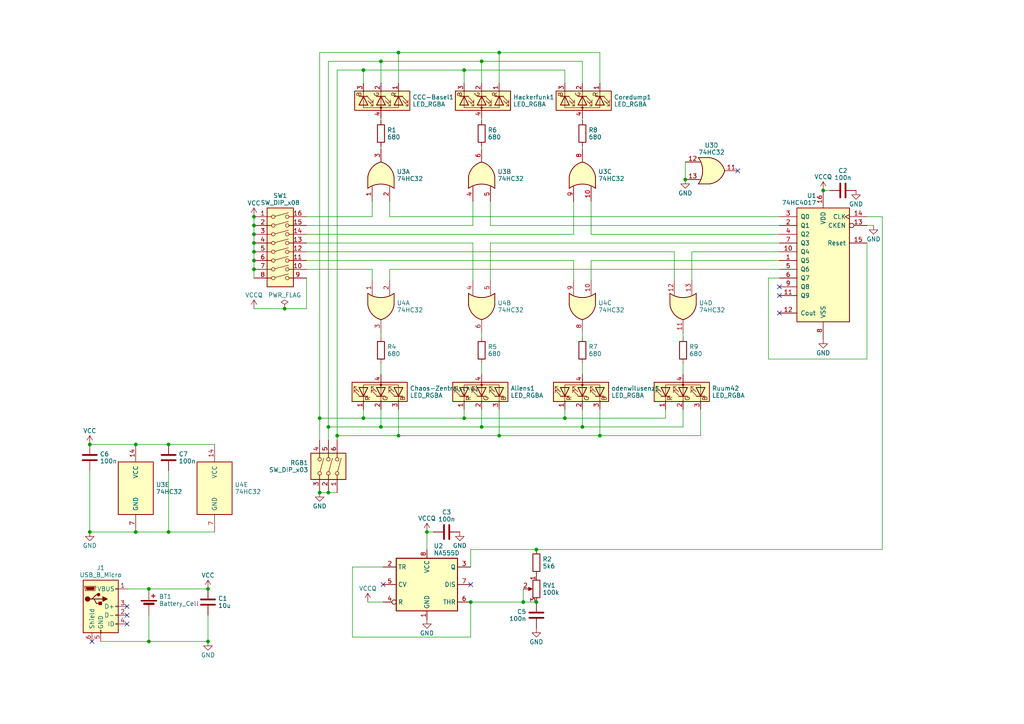
<source format=kicad_sch>
(kicad_sch (version 20230121) (generator eeschema)
  (paper "A4")
  (lib_symbols
    (symbol "4xxx:4017" (pin_names (offset 1.016))
      (property "Reference" "U" (at -7.62 16.51 0))
      (property "Value" "4017" (at -7.62 -19.05 0))
      (symbol "4017_1_0"
        (pin output line (at 12.7 0 180) (length 5.08) (name "Q5") (number "1"))
        (pin output line (at 12.7 2.54 180) (length 5.08) (name "Q4") (number "10"))
        (pin output line (at 12.7 -10.16 180) (length 5.08) (name "Q9") (number "11"))
        (pin output line (at 12.7 -15.24 180) (length 5.08) (name "Cout") (number "12"))
        (pin input inverted (at -12.7 10.16 0) (length 5.08) (name "CKEN") (number "13"))
        (pin input clock (at -12.7 12.7 0) (length 5.08) (name "CLK") (number "14"))
        (pin input line (at -12.7 5.08 0) (length 5.08) (name "Reset") (number "15"))
        (pin power_in line (at 0 20.32 270) (length 5.08) (name "VDD") (number "16"))
        (pin output line (at 12.7 10.16 180) (length 5.08) (name "Q1") (number "2"))
        (pin output line (at 12.7 12.7 180) (length 5.08) (name "Q0") (number "3"))
        (pin output line (at 12.7 7.62 180) (length 5.08) (name "Q2") (number "4"))
        (pin output line (at 12.7 -2.54 180) (length 5.08) (name "Q6") (number "5"))
        (pin output line (at 12.7 -5.08 180) (length 5.08) (name "Q7") (number "6"))
        (pin output line (at 12.7 5.08 180) (length 5.08) (name "Q3") (number "7"))
        (pin power_in line (at 0 -22.86 90) (length 5.08) (name "VSS") (number "8"))
        (pin output line (at 12.7 -7.62 180) (length 5.08) (name "Q8") (number "9"))
      )
      (symbol "4017_1_1"
        (rectangle (start -7.62 15.24) (end 7.62 -17.78) (stroke (width 0.254)) (fill (type background)))
      )
    )
    (symbol "74xx:74LS32" (pin_names (offset 1.016))
      (property "Reference" "U" (at 0 1.27 0))
      (property "Value" "74LS32" (at 0 -1.27 0))
      (symbol "74LS32_1_1"
        (arc (start -3.81 -3.81) (mid -2.589 0) (end -3.81 3.81) (stroke (width 0.254)))
        (arc (start -0.6096 -3.81) (mid 2.1842 -2.5851) (end 3.81 0) (stroke (width 0.254)) (fill (type background)))
        (polyline (pts (xy -3.81 -3.81) (xy -0.635 -3.81)) (stroke (width 0.254)) (fill (type background)))
        (polyline (pts (xy -3.81 3.81) (xy -0.635 3.81)) (stroke (width 0.254)) (fill (type background)))
        (polyline (pts (xy -0.635 3.81) (xy -3.81 3.81) (xy -3.81 3.81) (xy -3.556 3.4036) (xy -3.0226 2.2606) (xy -2.6924 1.0414) (xy -2.6162 -0.254) (xy -2.7686 -1.4986) (xy -3.175 -2.7178) (xy -3.81 -3.81) (xy -3.81 -3.81) (xy -0.635 -3.81)) (stroke (width -25.4)) (fill (type background)))
        (arc (start 3.81 0) (mid 2.1915 2.5936) (end -0.6096 3.81) (stroke (width 0.254)) (fill (type background)))
        (pin input line (at -7.62 2.54 0) (length 4.318) (name "~") (number "1"))
        (pin input line (at -7.62 -2.54 0) (length 4.318) (name "~") (number "2"))
        (pin output line (at 7.62 0 180) (length 3.81) (name "~") (number "3"))
      )
      (symbol "74LS32_1_2"
        (arc (start 0 -3.81) (mid 3.7934 0) (end 0 3.81) (stroke (width 0.254)) (fill (type background)))
        (polyline (pts (xy 0 3.81) (xy -3.81 3.81) (xy -3.81 -3.81) (xy 0 -3.81)) (stroke (width 0.254)) (fill (type background)))
        (pin input inverted (at -7.62 2.54 0) (length 3.81) (name "~") (number "1"))
        (pin input inverted (at -7.62 -2.54 0) (length 3.81) (name "~") (number "2"))
        (pin output inverted (at 7.62 0 180) (length 3.81) (name "~") (number "3"))
      )
      (symbol "74LS32_2_1"
        (arc (start -3.81 -3.81) (mid -2.589 0) (end -3.81 3.81) (stroke (width 0.254)))
        (arc (start -0.6096 -3.81) (mid 2.1842 -2.5851) (end 3.81 0) (stroke (width 0.254)) (fill (type background)))
        (polyline (pts (xy -3.81 -3.81) (xy -0.635 -3.81)) (stroke (width 0.254)) (fill (type background)))
        (polyline (pts (xy -3.81 3.81) (xy -0.635 3.81)) (stroke (width 0.254)) (fill (type background)))
        (polyline (pts (xy -0.635 3.81) (xy -3.81 3.81) (xy -3.81 3.81) (xy -3.556 3.4036) (xy -3.0226 2.2606) (xy -2.6924 1.0414) (xy -2.6162 -0.254) (xy -2.7686 -1.4986) (xy -3.175 -2.7178) (xy -3.81 -3.81) (xy -3.81 -3.81) (xy -0.635 -3.81)) (stroke (width -25.4)) (fill (type background)))
        (arc (start 3.81 0) (mid 2.1915 2.5936) (end -0.6096 3.81) (stroke (width 0.254)) (fill (type background)))
        (pin input line (at -7.62 2.54 0) (length 4.318) (name "~") (number "4"))
        (pin input line (at -7.62 -2.54 0) (length 4.318) (name "~") (number "5"))
        (pin output line (at 7.62 0 180) (length 3.81) (name "~") (number "6"))
      )
      (symbol "74LS32_2_2"
        (arc (start 0 -3.81) (mid 3.7934 0) (end 0 3.81) (stroke (width 0.254)) (fill (type background)))
        (polyline (pts (xy 0 3.81) (xy -3.81 3.81) (xy -3.81 -3.81) (xy 0 -3.81)) (stroke (width 0.254)) (fill (type background)))
        (pin input inverted (at -7.62 2.54 0) (length 3.81) (name "~") (number "4"))
        (pin input inverted (at -7.62 -2.54 0) (length 3.81) (name "~") (number "5"))
        (pin output inverted (at 7.62 0 180) (length 3.81) (name "~") (number "6"))
      )
      (symbol "74LS32_3_1"
        (arc (start -3.81 -3.81) (mid -2.589 0) (end -3.81 3.81) (stroke (width 0.254)))
        (arc (start -0.6096 -3.81) (mid 2.1842 -2.5851) (end 3.81 0) (stroke (width 0.254)) (fill (type background)))
        (polyline (pts (xy -3.81 -3.81) (xy -0.635 -3.81)) (stroke (width 0.254)) (fill (type background)))
        (polyline (pts (xy -3.81 3.81) (xy -0.635 3.81)) (stroke (width 0.254)) (fill (type background)))
        (polyline (pts (xy -0.635 3.81) (xy -3.81 3.81) (xy -3.81 3.81) (xy -3.556 3.4036) (xy -3.0226 2.2606) (xy -2.6924 1.0414) (xy -2.6162 -0.254) (xy -2.7686 -1.4986) (xy -3.175 -2.7178) (xy -3.81 -3.81) (xy -3.81 -3.81) (xy -0.635 -3.81)) (stroke (width -25.4)) (fill (type background)))
        (arc (start 3.81 0) (mid 2.1915 2.5936) (end -0.6096 3.81) (stroke (width 0.254)) (fill (type background)))
        (pin input line (at -7.62 -2.54 0) (length 4.318) (name "~") (number "10"))
        (pin output line (at 7.62 0 180) (length 3.81) (name "~") (number "8"))
        (pin input line (at -7.62 2.54 0) (length 4.318) (name "~") (number "9"))
      )
      (symbol "74LS32_3_2"
        (arc (start 0 -3.81) (mid 3.7934 0) (end 0 3.81) (stroke (width 0.254)) (fill (type background)))
        (polyline (pts (xy 0 3.81) (xy -3.81 3.81) (xy -3.81 -3.81) (xy 0 -3.81)) (stroke (width 0.254)) (fill (type background)))
        (pin input inverted (at -7.62 -2.54 0) (length 3.81) (name "~") (number "10"))
        (pin output inverted (at 7.62 0 180) (length 3.81) (name "~") (number "8"))
        (pin input inverted (at -7.62 2.54 0) (length 3.81) (name "~") (number "9"))
      )
      (symbol "74LS32_4_1"
        (arc (start -3.81 -3.81) (mid -2.589 0) (end -3.81 3.81) (stroke (width 0.254)))
        (arc (start -0.6096 -3.81) (mid 2.1842 -2.5851) (end 3.81 0) (stroke (width 0.254)) (fill (type background)))
        (polyline (pts (xy -3.81 -3.81) (xy -0.635 -3.81)) (stroke (width 0.254)) (fill (type background)))
        (polyline (pts (xy -3.81 3.81) (xy -0.635 3.81)) (stroke (width 0.254)) (fill (type background)))
        (polyline (pts (xy -0.635 3.81) (xy -3.81 3.81) (xy -3.81 3.81) (xy -3.556 3.4036) (xy -3.0226 2.2606) (xy -2.6924 1.0414) (xy -2.6162 -0.254) (xy -2.7686 -1.4986) (xy -3.175 -2.7178) (xy -3.81 -3.81) (xy -3.81 -3.81) (xy -0.635 -3.81)) (stroke (width -25.4)) (fill (type background)))
        (arc (start 3.81 0) (mid 2.1915 2.5936) (end -0.6096 3.81) (stroke (width 0.254)) (fill (type background)))
        (pin output line (at 7.62 0 180) (length 3.81) (name "~") (number "11"))
        (pin input line (at -7.62 2.54 0) (length 4.318) (name "~") (number "12"))
        (pin input line (at -7.62 -2.54 0) (length 4.318) (name "~") (number "13"))
      )
      (symbol "74LS32_4_2"
        (arc (start 0 -3.81) (mid 3.7934 0) (end 0 3.81) (stroke (width 0.254)) (fill (type background)))
        (polyline (pts (xy 0 3.81) (xy -3.81 3.81) (xy -3.81 -3.81) (xy 0 -3.81)) (stroke (width 0.254)) (fill (type background)))
        (pin output inverted (at 7.62 0 180) (length 3.81) (name "~") (number "11"))
        (pin input inverted (at -7.62 2.54 0) (length 3.81) (name "~") (number "12"))
        (pin input inverted (at -7.62 -2.54 0) (length 3.81) (name "~") (number "13"))
      )
      (symbol "74LS32_5_0"
        (pin power_in line (at 0 12.7 270) (length 5.08) (name "VCC") (number "14"))
        (pin power_in line (at 0 -12.7 90) (length 5.08) (name "GND") (number "7"))
      )
      (symbol "74LS32_5_1"
        (rectangle (start -5.08 7.62) (end 5.08 -7.62) (stroke (width 0.254)) (fill (type background)))
      )
    )
    (symbol "Connector:USB_B_Micro" (pin_names (offset 1.016))
      (property "Reference" "J" (at -5.08 11.43 0))
      (property "Value" "USB_B_Micro" (at -5.08 8.89 0))
      (symbol "USB_B_Micro_0_1"
        (rectangle (start -5.08 -7.62) (end 5.08 7.62) (stroke (width 0.254)) (fill (type background)))
        (circle (center -3.81 2.159) (radius 0.635) (stroke (width 0.254)) (fill (type outline)))
        (circle (center -0.635 3.429) (radius 0.381) (stroke (width 0.254)) (fill (type outline)))
        (rectangle (start -0.127 -7.62) (end 0.127 -6.858))
        (polyline (pts (xy -1.905 2.159) (xy 0.635 2.159)) (stroke (width 0.254)))
        (polyline (pts (xy -3.175 2.159) (xy -2.54 2.159) (xy -1.27 3.429) (xy -0.635 3.429)) (stroke (width 0.254)))
        (polyline (pts (xy -2.54 2.159) (xy -1.905 2.159) (xy -1.27 0.889) (xy 0 0.889)) (stroke (width 0.254)))
        (polyline (pts (xy 0.635 2.794) (xy 0.635 1.524) (xy 1.905 2.159) (xy 0.635 2.794)) (stroke (width 0.254)) (fill (type outline)))
        (polyline (pts (xy -4.318 5.588) (xy -1.778 5.588) (xy -2.032 4.826) (xy -4.064 4.826) (xy -4.318 5.588)) (fill (type outline)))
        (polyline (pts (xy -4.699 5.842) (xy -4.699 5.588) (xy -4.445 4.826) (xy -4.445 4.572) (xy -1.651 4.572) (xy -1.651 4.826) (xy -1.397 5.588) (xy -1.397 5.842) (xy -4.699 5.842)))
        (rectangle (start 0.254 1.27) (end -0.508 0.508) (stroke (width 0.254)) (fill (type outline)))
        (rectangle (start 5.08 -5.207) (end 4.318 -4.953))
        (rectangle (start 5.08 -2.667) (end 4.318 -2.413))
        (rectangle (start 5.08 -0.127) (end 4.318 0.127))
        (rectangle (start 5.08 4.953) (end 4.318 5.207))
      )
      (symbol "USB_B_Micro_1_1"
        (pin power_out line (at 7.62 5.08 180) (length 2.54) (name "VBUS") (number "1"))
        (pin bidirectional line (at 7.62 -2.54 180) (length 2.54) (name "D-") (number "2"))
        (pin bidirectional line (at 7.62 0 180) (length 2.54) (name "D+") (number "3"))
        (pin passive line (at 7.62 -5.08 180) (length 2.54) (name "ID") (number "4"))
        (pin power_out line (at 0 -10.16 90) (length 2.54) (name "GND") (number "5"))
        (pin passive line (at -2.54 -10.16 90) (length 2.54) (name "Shield") (number "6"))
      )
    )
    (symbol "Device:Battery_Cell" (pin_numbers hide) (pin_names (offset 0) hide)
      (property "Reference" "BT" (at 2.54 2.54 0))
      (property "Value" "Battery_Cell" (at 2.54 0 0))
      (symbol "Battery_Cell_0_1"
        (rectangle (start -2.286 1.778) (end 2.286 1.524) (fill (type outline)))
        (rectangle (start -1.524 1.016) (end 1.524 0.508) (fill (type outline)))
        (polyline (pts (xy 0 0.762) (xy 0 0)))
        (polyline (pts (xy 0 1.778) (xy 0 2.54)))
        (polyline (pts (xy 0.762 3.048) (xy 1.778 3.048)) (stroke (width 0.254)))
        (polyline (pts (xy 1.27 3.556) (xy 1.27 2.54)) (stroke (width 0.254)))
      )
      (symbol "Battery_Cell_1_1"
        (pin passive line (at 0 5.08 270) (length 2.54) (name "+") (number "1"))
        (pin passive line (at 0 -2.54 90) (length 2.54) (name "-") (number "2"))
      )
    )
    (symbol "Device:C" (pin_numbers hide) (pin_names (offset 0.254))
      (property "Reference" "C" (at 0.635 2.54 0))
      (property "Value" "C" (at 0.635 -2.54 0))
      (symbol "C_0_1"
        (polyline (pts (xy -2.032 -0.762) (xy 2.032 -0.762)) (stroke (width 0.508)))
        (polyline (pts (xy -2.032 0.762) (xy 2.032 0.762)) (stroke (width 0.508)))
      )
      (symbol "C_1_1"
        (pin passive line (at 0 3.81 270) (length 2.794) (name "~") (number "1"))
        (pin passive line (at 0 -3.81 90) (length 2.794) (name "~") (number "2"))
      )
    )
    (symbol "Device:LED_RGBA" (pin_names (offset 0) hide)
      (property "Reference" "D" (at 0 9.398 0))
      (property "Value" "LED_RGBA" (at 0 -8.89 0))
      (symbol "LED_RGBA_0_0"
        (text "B" (at -1.905 -6.35 0) (effects (font (size 1.27 1.27))))
        (text "G" (at -1.905 -1.27 0) (effects (font (size 1.27 1.27))))
        (text "R" (at -1.905 3.81 0) (effects (font (size 1.27 1.27))))
      )
      (symbol "LED_RGBA_0_1"
        (polyline (pts (xy -1.27 -5.08) (xy -2.54 -5.08)))
        (polyline (pts (xy -1.27 -5.08) (xy 1.27 -5.08)))
        (polyline (pts (xy -1.27 -3.81) (xy -1.27 -6.35)) (stroke (width 0.254)))
        (polyline (pts (xy -1.27 0) (xy -2.54 0)))
        (polyline (pts (xy -1.27 1.27) (xy -1.27 -1.27)) (stroke (width 0.254)))
        (polyline (pts (xy -1.27 5.08) (xy -2.54 5.08)))
        (polyline (pts (xy -1.27 5.08) (xy 1.27 5.08)))
        (polyline (pts (xy -1.27 6.35) (xy -1.27 3.81)) (stroke (width 0.254)))
        (polyline (pts (xy 1.27 0) (xy -1.27 0)))
        (polyline (pts (xy 1.27 0) (xy 2.54 0)))
        (polyline (pts (xy -1.27 1.27) (xy -1.27 -1.27) (xy -1.27 -1.27)))
        (polyline (pts (xy -1.27 6.35) (xy -1.27 3.81) (xy -1.27 3.81)))
        (polyline (pts (xy 1.27 -5.08) (xy 2.032 -5.08) (xy 2.032 5.08) (xy 1.27 5.08)))
        (polyline (pts (xy 1.27 -3.81) (xy 1.27 -6.35) (xy -1.27 -5.08) (xy 1.27 -3.81)) (stroke (width 0.254)))
        (polyline (pts (xy 1.27 1.27) (xy 1.27 -1.27) (xy -1.27 0) (xy 1.27 1.27)) (stroke (width 0.254)))
        (polyline (pts (xy 1.27 6.35) (xy 1.27 3.81) (xy -1.27 5.08) (xy 1.27 6.35)) (stroke (width 0.254)))
        (polyline (pts (xy -1.016 -3.81) (xy 0.508 -2.286) (xy -0.254 -2.286) (xy 0.508 -2.286) (xy 0.508 -3.048)))
        (polyline (pts (xy -1.016 1.27) (xy 0.508 2.794) (xy -0.254 2.794) (xy 0.508 2.794) (xy 0.508 2.032)))
        (polyline (pts (xy -1.016 6.35) (xy 0.508 7.874) (xy -0.254 7.874) (xy 0.508 7.874) (xy 0.508 7.112)))
        (polyline (pts (xy 0 -3.81) (xy 1.524 -2.286) (xy 0.762 -2.286) (xy 1.524 -2.286) (xy 1.524 -3.048)))
        (polyline (pts (xy 0 1.27) (xy 1.524 2.794) (xy 0.762 2.794) (xy 1.524 2.794) (xy 1.524 2.032)))
        (polyline (pts (xy 0 6.35) (xy 1.524 7.874) (xy 0.762 7.874) (xy 1.524 7.874) (xy 1.524 7.112)))
        (rectangle (start 1.27 -1.27) (end 1.27 1.27))
        (rectangle (start 1.27 1.27) (end 1.27 1.27))
        (rectangle (start 1.27 3.81) (end 1.27 6.35))
        (rectangle (start 1.27 6.35) (end 1.27 6.35))
        (circle (center 2.032 0) (radius 0.254) (fill (type outline)))
        (rectangle (start 2.794 8.382) (end -2.794 -7.62) (stroke (width 0.254)) (fill (type background)))
      )
      (symbol "LED_RGBA_1_1"
        (pin passive line (at -5.08 5.08 0) (length 2.54) (name "RK") (number "1"))
        (pin passive line (at -5.08 0 0) (length 2.54) (name "GK") (number "2"))
        (pin passive line (at -5.08 -5.08 0) (length 2.54) (name "BK") (number "3"))
        (pin passive line (at 5.08 0 180) (length 2.54) (name "A") (number "4"))
      )
    )
    (symbol "Device:R" (pin_numbers hide) (pin_names (offset 0))
      (property "Reference" "R" (at 2.032 0 90))
      (property "Value" "R" (at 0 0 90))
      (symbol "R_0_1"
        (rectangle (start -1.016 -2.54) (end 1.016 2.54) (stroke (width 0.254)))
      )
      (symbol "R_1_1"
        (pin passive line (at 0 3.81 270) (length 1.27) (name "~") (number "1"))
        (pin passive line (at 0 -3.81 90) (length 1.27) (name "~") (number "2"))
      )
    )
    (symbol "Device:R_Potentiometer" (pin_names (offset 1.016) hide)
      (property "Reference" "RV" (at -4.445 0 90))
      (property "Value" "R_Potentiometer" (at -2.54 0 90))
      (symbol "R_Potentiometer_0_1"
        (polyline (pts (xy 2.54 0) (xy 1.524 0)))
        (polyline (pts (xy 1.143 0) (xy 2.286 0.508) (xy 2.286 -0.508) (xy 1.143 0)) (fill (type outline)))
        (rectangle (start 1.016 2.54) (end -1.016 -2.54) (stroke (width 0.254)))
      )
      (symbol "R_Potentiometer_1_1"
        (pin passive line (at 0 3.81 270) (length 1.27) (name "1") (number "1"))
        (pin passive line (at 3.81 0 180) (length 1.27) (name "2") (number "2"))
        (pin passive line (at 0 -3.81 90) (length 1.27) (name "3") (number "3"))
      )
    )
    (symbol "Switch:SW_DIP_x03" (pin_names (offset 0) hide)
      (property "Reference" "SW" (at 0 8.89 0))
      (property "Value" "SW_DIP_x03" (at 0 -3.81 0))
      (symbol "SW_DIP_x03_0_0"
        (circle (center -2.032 0) (radius 0.508))
        (circle (center -2.032 2.54) (radius 0.508))
        (circle (center -2.032 5.08) (radius 0.508))
        (polyline (pts (xy -1.524 0.127) (xy 2.3622 1.1684)))
        (polyline (pts (xy -1.524 2.667) (xy 2.3622 3.7084)))
        (polyline (pts (xy -1.524 5.207) (xy 2.3622 6.2484)))
        (circle (center 2.032 0) (radius 0.508))
        (circle (center 2.032 2.54) (radius 0.508))
        (circle (center 2.032 5.08) (radius 0.508))
      )
      (symbol "SW_DIP_x03_0_1"
        (rectangle (start -3.81 7.62) (end 3.81 -2.54) (stroke (width 0.254)) (fill (type background)))
      )
      (symbol "SW_DIP_x03_1_1"
        (pin passive line (at -7.62 5.08 0) (length 5.08) (name "~") (number "1"))
        (pin passive line (at -7.62 2.54 0) (length 5.08) (name "~") (number "2"))
        (pin passive line (at -7.62 0 0) (length 5.08) (name "~") (number "3"))
        (pin passive line (at 7.62 0 180) (length 5.08) (name "~") (number "4"))
        (pin passive line (at 7.62 2.54 180) (length 5.08) (name "~") (number "5"))
        (pin passive line (at 7.62 5.08 180) (length 5.08) (name "~") (number "6"))
      )
    )
    (symbol "Switch:SW_DIP_x08" (pin_names (offset 0) hide)
      (property "Reference" "SW" (at 0 13.97 0))
      (property "Value" "SW_DIP_x08" (at 0 -11.43 0))
      (symbol "SW_DIP_x08_0_0"
        (circle (center -2.032 -7.62) (radius 0.508))
        (circle (center -2.032 -5.08) (radius 0.508))
        (circle (center -2.032 -2.54) (radius 0.508))
        (circle (center -2.032 0) (radius 0.508))
        (circle (center -2.032 2.54) (radius 0.508))
        (circle (center -2.032 5.08) (radius 0.508))
        (circle (center -2.032 7.62) (radius 0.508))
        (circle (center -2.032 10.16) (radius 0.508))
        (polyline (pts (xy -1.524 -7.4676) (xy 2.3622 -6.4262)))
        (polyline (pts (xy -1.524 -4.9276) (xy 2.3622 -3.8862)))
        (polyline (pts (xy -1.524 -2.3876) (xy 2.3622 -1.3462)))
        (polyline (pts (xy -1.524 0.127) (xy 2.3622 1.1684)))
        (polyline (pts (xy -1.524 2.667) (xy 2.3622 3.7084)))
        (polyline (pts (xy -1.524 5.207) (xy 2.3622 6.2484)))
        (polyline (pts (xy -1.524 7.747) (xy 2.3622 8.7884)))
        (polyline (pts (xy -1.524 10.287) (xy 2.3622 11.3284)))
        (circle (center 2.032 -7.62) (radius 0.508))
        (circle (center 2.032 -5.08) (radius 0.508))
        (circle (center 2.032 -2.54) (radius 0.508))
        (circle (center 2.032 0) (radius 0.508))
        (circle (center 2.032 2.54) (radius 0.508))
        (circle (center 2.032 5.08) (radius 0.508))
        (circle (center 2.032 7.62) (radius 0.508))
        (circle (center 2.032 10.16) (radius 0.508))
      )
      (symbol "SW_DIP_x08_0_1"
        (rectangle (start -3.81 12.7) (end 3.81 -10.16) (stroke (width 0.254)) (fill (type background)))
      )
      (symbol "SW_DIP_x08_1_1"
        (pin passive line (at -7.62 10.16 0) (length 5.08) (name "~") (number "1"))
        (pin passive line (at 7.62 -5.08 180) (length 5.08) (name "~") (number "10"))
        (pin passive line (at 7.62 -2.54 180) (length 5.08) (name "~") (number "11"))
        (pin passive line (at 7.62 0 180) (length 5.08) (name "~") (number "12"))
        (pin passive line (at 7.62 2.54 180) (length 5.08) (name "~") (number "13"))
        (pin passive line (at 7.62 5.08 180) (length 5.08) (name "~") (number "14"))
        (pin passive line (at 7.62 7.62 180) (length 5.08) (name "~") (number "15"))
        (pin passive line (at 7.62 10.16 180) (length 5.08) (name "~") (number "16"))
        (pin passive line (at -7.62 7.62 0) (length 5.08) (name "~") (number "2"))
        (pin passive line (at -7.62 5.08 0) (length 5.08) (name "~") (number "3"))
        (pin passive line (at -7.62 2.54 0) (length 5.08) (name "~") (number "4"))
        (pin passive line (at -7.62 0 0) (length 5.08) (name "~") (number "5"))
        (pin passive line (at -7.62 -2.54 0) (length 5.08) (name "~") (number "6"))
        (pin passive line (at -7.62 -5.08 0) (length 5.08) (name "~") (number "7"))
        (pin passive line (at -7.62 -7.62 0) (length 5.08) (name "~") (number "8"))
        (pin passive line (at 7.62 -7.62 180) (length 5.08) (name "~") (number "9"))
      )
    )
    (symbol "Timer:NA555D"
      (property "Reference" "U" (at -10.16 8.89 0))
      (property "Value" "NA555D" (at 2.54 8.89 0))
      (symbol "NA555D_0_0"
        (pin power_in line (at 0 -10.16 90) (length 2.54) (name "GND") (number "1"))
        (pin power_in line (at 0 10.16 270) (length 2.54) (name "VCC") (number "8"))
      )
      (symbol "NA555D_0_1"
        (rectangle (start -8.89 -7.62) (end 8.89 7.62) (stroke (width 0.254)) (fill (type background)))
        (rectangle (start -8.89 -7.62) (end 8.89 7.62) (stroke (width 0.254)) (fill (type background)))
      )
      (symbol "NA555D_1_1"
        (pin input line (at -12.7 5.08 0) (length 3.81) (name "TR") (number "2"))
        (pin output line (at 12.7 5.08 180) (length 3.81) (name "Q") (number "3"))
        (pin input inverted (at -12.7 -5.08 0) (length 3.81) (name "R") (number "4"))
        (pin input line (at -12.7 0 0) (length 3.81) (name "CV") (number "5"))
        (pin input line (at 12.7 -5.08 180) (length 3.81) (name "THR") (number "6"))
        (pin input line (at 12.7 0 180) (length 3.81) (name "DIS") (number "7"))
      )
    )
    (symbol "power:GND" (power) (pin_names (offset 0))
      (property "Value" "GND" (at 0 -3.81 0))
      (symbol "GND_0_1"
        (polyline (pts (xy 0 0) (xy 0 -1.27) (xy 1.27 -1.27) (xy 0 -2.54) (xy -1.27 -1.27) (xy 0 -1.27)))
      )
      (symbol "GND_1_1"
        (pin power_in line (at 0 0 270) (length 0) hide (name "GND") (number "1"))
      )
    )
    (symbol "power:PWR_FLAG" (power) (pin_numbers hide) (pin_names (offset 0) hide)
      (property "Value" "PWR_FLAG" (at 0 3.81 0))
      (symbol "PWR_FLAG_0_0"
        (pin power_out line (at 0 0 90) (length 0) (name "pwr") (number "1"))
      )
      (symbol "PWR_FLAG_0_1"
        (polyline (pts (xy 0 0) (xy 0 1.27) (xy -1.016 1.905) (xy 0 2.54) (xy 1.016 1.905) (xy 0 1.27)))
      )
    )
    (symbol "power:VCC" (power) (pin_names (offset 0))
      (property "Value" "VCC" (at 0 3.81 0))
      (symbol "VCC_0_1"
        (polyline (pts (xy -0.762 1.27) (xy 0 2.54)))
        (polyline (pts (xy 0 0) (xy 0 2.54)))
        (polyline (pts (xy 0 2.54) (xy 0.762 1.27)))
      )
      (symbol "VCC_1_1"
        (pin power_in line (at 0 0 90) (length 0) hide (name "VCC") (number "1"))
      )
    )
    (symbol "power:VCCQ" (power) (pin_names (offset 0))
      (property "Value" "VCCQ" (at 0 3.81 0))
      (symbol "VCCQ_0_1"
        (polyline (pts (xy -0.762 1.27) (xy 0 2.54)))
        (polyline (pts (xy 0 0) (xy 0 2.54)))
        (polyline (pts (xy 0 2.54) (xy 0.762 1.27)))
      )
      (symbol "VCCQ_1_1"
        (pin power_in line (at 0 0 90) (length 0) hide (name "VCCQ") (number "1"))
      )
    )
  )
  (junction (at 26.035 128.905))
  (junction (at 134.62 20.32))
  (junction (at 60.325 186.055))
  (junction (at 48.895 128.905))
  (junction (at 115.57 126.365))
  (junction (at 73.66 65.405))
  (junction (at 95.25 123.825))
  (junction (at 110.49 123.825))
  (junction (at 26.035 154.305))
  (junction (at 48.895 154.305))
  (junction (at 198.755 52.07))
  (junction (at 95.25 142.875))
  (junction (at 144.78 126.365))
  (junction (at 136.525 174.625))
  (junction (at 105.41 121.285))
  (junction (at 110.49 17.78))
  (junction (at 155.575 159.385))
  (junction (at 155.575 174.625))
  (junction (at 123.825 154.305))
  (junction (at 39.37 154.305))
  (junction (at 151.765 174.625))
  (junction (at 43.18 186.055))
  (junction (at 73.66 78.105))
  (junction (at 73.66 73.025))
  (junction (at 134.62 121.285))
  (junction (at 73.66 67.945))
  (junction (at 115.57 15.24))
  (junction (at 139.7 123.825))
  (junction (at 173.99 126.365))
  (junction (at 82.55 89.535))
  (junction (at 60.325 170.815))
  (junction (at 139.7 17.78))
  (junction (at 97.79 126.365))
  (junction (at 73.66 75.565))
  (junction (at 43.18 170.815))
  (junction (at 163.83 121.285))
  (junction (at 238.76 55.245))
  (junction (at 144.78 15.24))
  (junction (at 168.91 123.825))
  (junction (at 73.66 70.485))
  (junction (at 73.66 62.865))
  (junction (at 92.71 142.875))
  (junction (at 92.71 121.285))
  (junction (at 39.37 128.905))
  (junction (at 105.41 20.32))
  (no_connect (at 36.83 178.435))
  (no_connect (at 36.83 180.975))
  (no_connect (at 136.525 169.545))
  (no_connect (at 226.06 83.185))
  (no_connect (at 226.06 90.805))
  (no_connect (at 26.67 186.055))
  (no_connect (at 226.06 85.725))
  (no_connect (at 213.995 49.53))
  (no_connect (at 111.125 169.545))
  (no_connect (at 36.83 175.895))
  (wire (pts (xy 168.91 24.13) (xy 168.91 17.78)))
  (wire (pts (xy 137.16 70.485) (xy 137.16 81.28)))
  (wire (pts (xy 168.91 17.78) (xy 139.7 17.78)))
  (wire (pts (xy 106.68 174.625) (xy 111.125 174.625)))
  (wire (pts (xy 198.12 97.79) (xy 198.12 96.52)))
  (wire (pts (xy 73.66 67.945) (xy 73.66 70.485)))
  (wire (pts (xy 110.49 108.585) (xy 110.49 105.41)))
  (wire (pts (xy 43.18 178.435) (xy 43.18 186.055)))
  (wire (pts (xy 151.765 170.815) (xy 151.765 174.625)))
  (wire (pts (xy 92.71 121.285) (xy 92.71 127.635)))
  (wire (pts (xy 168.91 42.545) (xy 168.91 43.18)))
  (wire (pts (xy 43.18 186.055) (xy 60.325 186.055)))
  (wire (pts (xy 92.71 15.24) (xy 92.71 121.285)))
  (wire (pts (xy 193.04 121.285) (xy 163.83 121.285)))
  (wire (pts (xy 251.46 104.14) (xy 222.885 104.14)))
  (wire (pts (xy 60.325 186.055) (xy 60.325 178.435)))
  (wire (pts (xy 73.66 75.565) (xy 73.66 78.105)))
  (wire (pts (xy 168.91 108.585) (xy 168.91 105.41)))
  (wire (pts (xy 142.24 65.405) (xy 226.06 65.405)))
  (wire (pts (xy 203.2 118.745) (xy 203.2 126.365)))
  (wire (pts (xy 73.66 62.865) (xy 73.66 65.405)))
  (wire (pts (xy 36.83 170.815) (xy 43.18 170.815)))
  (wire (pts (xy 82.55 89.535) (xy 88.9 89.535)))
  (wire (pts (xy 168.91 97.79) (xy 168.91 96.52)))
  (wire (pts (xy 203.2 126.365) (xy 173.99 126.365)))
  (wire (pts (xy 113.03 62.865) (xy 226.06 62.865)))
  (wire (pts (xy 48.895 154.305) (xy 62.23 154.305)))
  (wire (pts (xy 110.49 42.545) (xy 110.49 43.18)))
  (wire (pts (xy 29.21 186.055) (xy 43.18 186.055)))
  (wire (pts (xy 134.62 20.32) (xy 134.62 24.13)))
  (wire (pts (xy 26.035 136.525) (xy 26.035 154.305)))
  (wire (pts (xy 155.575 159.385) (xy 255.905 159.385)))
  (wire (pts (xy 173.99 118.745) (xy 173.99 126.365)))
  (wire (pts (xy 39.37 128.905) (xy 48.895 128.905)))
  (wire (pts (xy 107.95 58.42) (xy 107.95 62.865)))
  (wire (pts (xy 251.46 65.405) (xy 253.365 65.405)))
  (wire (pts (xy 168.91 34.29) (xy 168.91 34.925)))
  (wire (pts (xy 222.885 80.645) (xy 226.06 80.645)))
  (wire (pts (xy 43.18 170.815) (xy 60.325 170.815)))
  (wire (pts (xy 111.125 164.465) (xy 102.235 164.465)))
  (wire (pts (xy 73.66 70.485) (xy 73.66 73.025)))
  (wire (pts (xy 144.78 15.24) (xy 144.78 24.13)))
  (wire (pts (xy 105.41 20.32) (xy 105.41 24.13)))
  (wire (pts (xy 171.45 75.565) (xy 171.45 81.28)))
  (wire (pts (xy 137.16 58.42) (xy 137.16 65.405)))
  (wire (pts (xy 110.49 17.78) (xy 110.49 24.13)))
  (wire (pts (xy 139.7 34.29) (xy 139.7 34.925)))
  (wire (pts (xy 198.12 123.825) (xy 168.91 123.825)))
  (wire (pts (xy 163.83 121.285) (xy 134.62 121.285)))
  (wire (pts (xy 88.9 65.405) (xy 137.16 65.405)))
  (wire (pts (xy 139.7 108.585) (xy 139.7 105.41)))
  (wire (pts (xy 73.66 89.535) (xy 82.55 89.535)))
  (wire (pts (xy 200.66 73.025) (xy 226.06 73.025)))
  (wire (pts (xy 73.66 78.105) (xy 73.66 80.645)))
  (wire (pts (xy 171.45 58.42) (xy 171.45 67.945)))
  (wire (pts (xy 163.83 20.32) (xy 134.62 20.32)))
  (wire (pts (xy 139.7 123.825) (xy 110.49 123.825)))
  (wire (pts (xy 26.035 128.905) (xy 39.37 128.905)))
  (wire (pts (xy 107.95 78.105) (xy 107.95 81.28)))
  (wire (pts (xy 39.37 154.305) (xy 48.895 154.305)))
  (wire (pts (xy 110.49 17.78) (xy 95.25 17.78)))
  (wire (pts (xy 139.7 17.78) (xy 139.7 24.13)))
  (wire (pts (xy 88.9 73.025) (xy 195.58 73.025)))
  (wire (pts (xy 173.99 24.13) (xy 173.99 15.24)))
  (wire (pts (xy 166.37 75.565) (xy 166.37 81.28)))
  (wire (pts (xy 198.12 108.585) (xy 198.12 105.41)))
  (wire (pts (xy 238.76 55.245) (xy 240.665 55.245)))
  (wire (pts (xy 134.62 20.32) (xy 105.41 20.32)))
  (wire (pts (xy 226.06 67.945) (xy 171.45 67.945)))
  (wire (pts (xy 115.57 15.24) (xy 92.71 15.24)))
  (wire (pts (xy 88.9 67.945) (xy 166.37 67.945)))
  (wire (pts (xy 134.62 121.285) (xy 105.41 121.285)))
  (wire (pts (xy 195.58 73.025) (xy 195.58 81.28)))
  (wire (pts (xy 139.7 42.545) (xy 139.7 43.18)))
  (wire (pts (xy 193.04 118.745) (xy 193.04 121.285)))
  (wire (pts (xy 88.9 62.865) (xy 107.95 62.865)))
  (wire (pts (xy 171.45 75.565) (xy 226.06 75.565)))
  (wire (pts (xy 88.9 89.535) (xy 88.9 80.645)))
  (wire (pts (xy 48.895 136.525) (xy 48.895 154.305)))
  (wire (pts (xy 255.905 62.865) (xy 255.905 159.385)))
  (wire (pts (xy 139.7 118.745) (xy 139.7 123.825)))
  (wire (pts (xy 97.79 126.365) (xy 97.79 127.635)))
  (wire (pts (xy 110.49 34.29) (xy 110.49 34.925)))
  (wire (pts (xy 105.41 20.32) (xy 97.79 20.32)))
  (wire (pts (xy 102.235 164.465) (xy 102.235 184.785)))
  (wire (pts (xy 163.83 24.13) (xy 163.83 20.32)))
  (wire (pts (xy 136.525 159.385) (xy 155.575 159.385)))
  (wire (pts (xy 102.235 184.785) (xy 136.525 184.785)))
  (wire (pts (xy 113.03 58.42) (xy 113.03 62.865)))
  (wire (pts (xy 136.525 159.385) (xy 136.525 164.465)))
  (wire (pts (xy 251.46 70.485) (xy 251.46 104.14)))
  (wire (pts (xy 105.41 121.285) (xy 92.71 121.285)))
  (wire (pts (xy 110.49 118.745) (xy 110.49 123.825)))
  (wire (pts (xy 144.78 118.745) (xy 144.78 126.365)))
  (wire (pts (xy 95.25 142.875) (xy 97.79 142.875)))
  (wire (pts (xy 73.66 73.025) (xy 73.66 75.565)))
  (wire (pts (xy 110.49 123.825) (xy 95.25 123.825)))
  (wire (pts (xy 222.885 104.14) (xy 222.885 80.645)))
  (wire (pts (xy 134.62 118.745) (xy 134.62 121.285)))
  (wire (pts (xy 168.91 118.745) (xy 168.91 123.825)))
  (wire (pts (xy 95.25 123.825) (xy 95.25 127.635)))
  (wire (pts (xy 123.825 154.305) (xy 125.73 154.305)))
  (wire (pts (xy 163.83 118.745) (xy 163.83 121.285)))
  (wire (pts (xy 168.91 123.825) (xy 139.7 123.825)))
  (wire (pts (xy 166.37 58.42) (xy 166.37 67.945)))
  (wire (pts (xy 139.7 97.79) (xy 139.7 96.52)))
  (wire (pts (xy 88.9 75.565) (xy 166.37 75.565)))
  (wire (pts (xy 26.035 154.305) (xy 39.37 154.305)))
  (wire (pts (xy 144.78 15.24) (xy 115.57 15.24)))
  (wire (pts (xy 88.9 78.105) (xy 107.95 78.105)))
  (wire (pts (xy 73.66 65.405) (xy 73.66 67.945)))
  (wire (pts (xy 136.525 174.625) (xy 151.765 174.625)))
  (wire (pts (xy 95.25 17.78) (xy 95.25 123.825)))
  (wire (pts (xy 92.71 142.875) (xy 95.25 142.875)))
  (wire (pts (xy 115.57 118.745) (xy 115.57 126.365)))
  (wire (pts (xy 142.24 58.42) (xy 142.24 65.405)))
  (wire (pts (xy 144.78 126.365) (xy 115.57 126.365)))
  (wire (pts (xy 198.755 46.99) (xy 198.755 52.07)))
  (wire (pts (xy 200.66 73.025) (xy 200.66 81.28)))
  (wire (pts (xy 113.03 78.105) (xy 113.03 81.28)))
  (wire (pts (xy 136.525 184.785) (xy 136.525 174.625)))
  (wire (pts (xy 198.12 118.745) (xy 198.12 123.825)))
  (wire (pts (xy 113.03 78.105) (xy 226.06 78.105)))
  (wire (pts (xy 97.79 20.32) (xy 97.79 126.365)))
  (wire (pts (xy 142.24 70.485) (xy 226.06 70.485)))
  (wire (pts (xy 115.57 15.24) (xy 115.57 24.13)))
  (wire (pts (xy 88.9 70.485) (xy 137.16 70.485)))
  (wire (pts (xy 173.99 15.24) (xy 144.78 15.24)))
  (wire (pts (xy 48.895 128.905) (xy 62.23 128.905)))
  (wire (pts (xy 142.24 70.485) (xy 142.24 81.28)))
  (wire (pts (xy 123.825 154.305) (xy 123.825 159.385)))
  (wire (pts (xy 139.7 17.78) (xy 110.49 17.78)))
  (wire (pts (xy 251.46 62.865) (xy 255.905 62.865)))
  (wire (pts (xy 115.57 126.365) (xy 97.79 126.365)))
  (wire (pts (xy 105.41 118.745) (xy 105.41 121.285)))
  (wire (pts (xy 151.765 174.625) (xy 155.575 174.625)))
  (wire (pts (xy 110.49 97.79) (xy 110.49 96.52)))
  (wire (pts (xy 173.99 126.365) (xy 144.78 126.365)))
  (symbol (lib_id "Switch:SW_DIP_x08") (at 81.28 73.025 0) (unit 1)
    (property "Reference" "SW1" (at 81.28 56.745 0))
    (property "Value" "SW_DIP_x08" (at 81.28 58.793 0))
    (property "Footprint" "Button_Switch_SMD:SW_DIP_SPSTx08_Slide_6.7x21.88mm_W8.61mm_P2.54mm_LowProfile" (effects hide))
  )
  (symbol (lib_id "power:VCC") (at 26.035 128.905 0) (unit 1)
    (property "Reference" "#PWR021" (effects hide))
    (property "Value" "VCC" (at 26.035 124.96 0))
  )
  (symbol (lib_id "Device:C") (at 244.475 55.245 90) (unit 1)
    (property "Reference" "C2" (at 244.475 49.506 90))
    (property "Value" "100n" (at 244.475 51.554 90))
    (property "Footprint" "Capacitor_SMD:C_0805_2012Metric" (effects hide))
  )
  (symbol (lib_id "power:VCCQ") (at 238.76 55.245 0) (unit 1)
    (property "Reference" "#PWR016" (effects hide))
    (property "Value" "VCCQ" (at 238.76 51.3 0))
  )
  (symbol (lib_id "Device:C") (at 48.895 132.715 0) (unit 1)
    (property "Reference" "C7" (at 51.816 131.691 0) (effects (justify left)))
    (property "Value" "100n" (at 51.816 133.739 0) (effects (justify left)))
    (property "Footprint" "Capacitor_SMD:C_0805_2012Metric" (effects hide))
  )
  (symbol (lib_id "Device:LED_RGBA") (at 168.91 29.21 270) (unit 1)
    (property "Reference" "Coredump1" (at 178.054 28.186 90) (effects (justify left)))
    (property "Value" "LED_RGBA" (at 178.054 30.234 90) (effects (justify left)))
    (property "Footprint" "LED_SMD:LED_RGB_1210" (effects hide))
  )
  (symbol (lib_id "74xx:74LS32") (at 198.12 88.9 90) (mirror x) (unit 4)
    (property "Reference" "U4" (at 202.692 87.876 90) (effects (justify right)))
    (property "Value" "74HC32" (at 202.692 89.924 90) (effects (justify right)))
    (property "Footprint" "Package_SO:SOIC-14_3.9x8.7mm_P1.27mm" (effects hide))
    (property "Datasheet" "http://www.ti.com/lit/gpn/sn74LS32" (effects hide))
  )
  (symbol (lib_id "Device:R") (at 139.7 101.6 0) (unit 1)
    (property "Reference" "R5" (at 141.478 100.576 0) (effects (justify left)))
    (property "Value" "680" (at 141.478 102.624 0) (effects (justify left)))
    (property "Footprint" "Resistor_SMD:R_0805_2012Metric" (effects hide))
  )
  (symbol (lib_id "Device:R_Potentiometer") (at 155.575 170.815 0) (mirror y) (unit 1)
    (property "Reference" "RV1" (at 157.353 169.791 0) (effects (justify right)))
    (property "Value" "100k" (at 157.353 171.839 0) (effects (justify right)))
    (property "Footprint" "Potentiometer_SMD:Potentiometer_Bourns_3214W_Vertical" (effects hide))
  )
  (symbol (lib_id "power:VCCQ") (at 123.825 154.305 0) (unit 1)
    (property "Reference" "#PWR06" (effects hide))
    (property "Value" "VCCQ" (at 123.825 150.36 0))
  )
  (symbol (lib_id "Device:R") (at 139.7 38.735 0) (unit 1)
    (property "Reference" "R6" (at 141.478 37.711 0) (effects (justify left)))
    (property "Value" "680" (at 141.478 39.759 0) (effects (justify left)))
    (property "Footprint" "Resistor_SMD:R_0805_2012Metric" (effects hide))
  )
  (symbol (lib_id "power:GND") (at 92.71 142.875 0) (unit 1)
    (property "Reference" "#PWR015" (effects hide))
    (property "Value" "GND" (at 92.71 146.82 0))
  )
  (symbol (lib_id "74xx:74LS32") (at 62.23 141.605 0) (unit 5)
    (property "Reference" "U4" (at 68.072 140.581 0) (effects (justify left)))
    (property "Value" "74HC32" (at 68.072 142.629 0) (effects (justify left)))
    (property "Footprint" "Package_SO:SOIC-14_3.9x8.7mm_P1.27mm" (effects hide))
    (property "Datasheet" "http://www.ti.com/lit/gpn/sn74LS32" (effects hide))
  )
  (symbol (lib_id "power:GND") (at 133.35 154.305 0) (mirror y) (unit 1)
    (property "Reference" "#PWR012" (effects hide))
    (property "Value" "GND" (at 133.35 158.25 0))
  )
  (symbol (lib_id "Device:R") (at 168.91 38.735 0) (unit 1)
    (property "Reference" "R8" (at 170.688 37.711 0) (effects (justify left)))
    (property "Value" "680" (at 170.688 39.759 0) (effects (justify left)))
    (property "Footprint" "Resistor_SMD:R_0805_2012Metric" (effects hide))
  )
  (symbol (lib_id "power:GND") (at 253.365 65.405 0) (mirror y) (unit 1)
    (property "Reference" "#PWR023" (effects hide))
    (property "Value" "GND" (at 253.365 69.35 0))
  )
  (symbol (lib_id "power:GND") (at 248.285 55.245 0) (mirror y) (unit 1)
    (property "Reference" "#PWR03" (effects hide))
    (property "Value" "GND" (at 248.285 59.19 0))
  )
  (symbol (lib_id "Timer:NA555D") (at 123.825 169.545 0) (unit 1)
    (property "Reference" "U2" (at 125.7809 158.345 0) (effects (justify left)))
    (property "Value" "NA555D" (at 125.7809 160.393 0) (effects (justify left)))
    (property "Footprint" "Package_SO:SOIC-8_3.9x4.9mm_P1.27mm" (effects hide))
    (property "Datasheet" "http://www.ti.com/lit/ds/symlink/ne555.pdf" (effects hide))
  )
  (symbol (lib_id "Device:R") (at 155.575 163.195 0) (unit 1)
    (property "Reference" "R2" (at 157.353 162.171 0) (effects (justify left)))
    (property "Value" "5k6" (at 157.353 164.219 0) (effects (justify left)))
    (property "Footprint" "Resistor_SMD:R_0805_2012Metric" (effects hide))
  )
  (symbol (lib_id "Device:C") (at 129.54 154.305 90) (unit 1)
    (property "Reference" "C3" (at 129.54 148.566 90))
    (property "Value" "100n" (at 129.54 150.614 90))
    (property "Footprint" "Capacitor_SMD:C_0805_2012Metric" (effects hide))
  )
  (symbol (lib_id "Device:R") (at 168.91 101.6 0) (unit 1)
    (property "Reference" "R7" (at 170.688 100.576 0) (effects (justify left)))
    (property "Value" "680" (at 170.688 102.624 0) (effects (justify left)))
    (property "Footprint" "Resistor_SMD:R_0805_2012Metric" (effects hide))
  )
  (symbol (lib_id "Connector:USB_B_Micro") (at 29.21 175.895 0) (unit 1)
    (property "Reference" "J1" (at 29.21 164.695 0))
    (property "Value" "USB_B_Micro" (at 29.21 166.743 0))
    (property "Footprint" "Connector_USB:USB_Micro-B_Wuerth_629105150521" (effects hide))
  )
  (symbol (lib_id "Device:Battery_Cell") (at 43.18 175.895 0) (unit 1)
    (property "Reference" "BT1" (at 46.101 173.0295 0) (effects (justify left)))
    (property "Value" "Battery_Cell" (at 46.101 175.0775 0) (effects (justify left)))
    (property "Footprint" "Battery:BatteryHolder_Keystone_1057_1x2032" (effects hide))
  )
  (symbol (lib_id "74xx:74LS32") (at 168.91 88.9 90) (mirror x) (unit 3)
    (property "Reference" "U4" (at 173.482 87.876 90) (effects (justify right)))
    (property "Value" "74HC32" (at 173.482 89.924 90) (effects (justify right)))
    (property "Footprint" "Package_SO:SOIC-14_3.9x8.7mm_P1.27mm" (effects hide))
    (property "Datasheet" "http://www.ti.com/lit/gpn/sn74LS32" (effects hide))
  )
  (symbol (lib_id "Device:R") (at 198.12 101.6 0) (unit 1)
    (property "Reference" "R9" (at 199.898 100.576 0) (effects (justify left)))
    (property "Value" "680" (at 199.898 102.624 0) (effects (justify left)))
    (property "Footprint" "Resistor_SMD:R_0805_2012Metric" (effects hide))
  )
  (symbol (lib_id "power:GND") (at 238.76 98.425 0) (mirror y) (unit 1)
    (property "Reference" "#PWR01" (effects hide))
    (property "Value" "GND" (at 238.76 102.37 0))
  )
  (symbol (lib_id "74xx:74LS32") (at 168.91 50.8 90) (unit 3)
    (property "Reference" "U3" (at 173.482 49.776 90) (effects (justify right)))
    (property "Value" "74HC32" (at 173.482 51.824 90) (effects (justify right)))
    (property "Footprint" "Package_SO:SOIC-14_3.9x8.7mm_P1.27mm" (effects hide))
    (property "Datasheet" "http://www.ti.com/lit/gpn/sn74LS32" (effects hide))
  )
  (symbol (lib_id "power:GND") (at 123.825 179.705 0) (unit 1)
    (property "Reference" "#PWR07" (effects hide))
    (property "Value" "GND" (at 123.825 183.65 0))
  )
  (symbol (lib_id "Device:C") (at 60.325 174.625 0) (unit 1)
    (property "Reference" "C1" (at 63.246 173.601 0) (effects (justify left)))
    (property "Value" "10u" (at 63.246 175.649 0) (effects (justify left)))
    (property "Footprint" "Capacitor_SMD:C_0805_2012Metric" (effects hide))
  )
  (symbol (lib_id "power:GND") (at 198.755 52.07 0) (mirror y) (unit 1)
    (property "Reference" "#PWR08" (effects hide))
    (property "Value" "GND" (at 198.755 56.015 0))
  )
  (symbol (lib_id "Device:LED_RGBA") (at 198.12 113.665 90) (unit 1)
    (property "Reference" "Ruum42" (at 206.502 112.641 90) (effects (justify right)))
    (property "Value" "LED_RGBA" (at 206.502 114.689 90) (effects (justify right)))
    (property "Footprint" "LED_SMD:LED_RGB_1210" (effects hide))
  )
  (symbol (lib_id "power:GND") (at 26.035 154.305 0) (unit 1)
    (property "Reference" "#PWR020" (effects hide))
    (property "Value" "GND" (at 26.035 158.25 0))
  )
  (symbol (lib_id "power:VCCQ") (at 106.68 174.625 0) (unit 1)
    (property "Reference" "#PWR017" (effects hide))
    (property "Value" "VCCQ" (at 106.68 170.68 0))
  )
  (symbol (lib_id "Switch:SW_DIP_x03") (at 92.71 135.255 270) (mirror x) (unit 1)
    (property "Reference" "RGB1" (at 89.408 134.231 90) (effects (justify right)))
    (property "Value" "SW_DIP_x03" (at 89.408 136.279 90) (effects (justify right)))
    (property "Footprint" "Button_Switch_SMD:SW_DIP_SPSTx03_Slide_6.7x9.18mm_W8.61mm_P2.54mm_LowProfile" (effects hide))
  )
  (symbol (lib_id "Device:R") (at 110.49 38.735 0) (unit 1)
    (property "Reference" "R1" (at 112.268 37.711 0) (effects (justify left)))
    (property "Value" "680" (at 112.268 39.759 0) (effects (justify left)))
    (property "Footprint" "Resistor_SMD:R_0805_2012Metric" (effects hide))
  )
  (symbol (lib_id "Device:LED_RGBA") (at 139.7 113.665 90) (unit 1)
    (property "Reference" "Aliens1" (at 148.082 112.641 90) (effects (justify right)))
    (property "Value" "LED_RGBA" (at 148.082 114.689 90) (effects (justify right)))
    (property "Footprint" "LED_SMD:LED_RGB_1210" (effects hide))
  )
  (symbol (lib_id "74xx:74LS32") (at 39.37 141.605 0) (unit 5)
    (property "Reference" "U3" (at 45.212 140.581 0) (effects (justify left)))
    (property "Value" "74HC32" (at 45.212 142.629 0) (effects (justify left)))
    (property "Footprint" "Package_SO:SOIC-14_3.9x8.7mm_P1.27mm" (effects hide))
    (property "Datasheet" "http://www.ti.com/lit/gpn/sn74LS32" (effects hide))
  )
  (symbol (lib_id "74xx:74LS32") (at 206.375 49.53 0) (unit 4)
    (property "Reference" "U3" (at 206.375 42.14 0))
    (property "Value" "74HC32" (at 206.375 44.188 0))
    (property "Footprint" "Package_SO:SOIC-14_3.9x8.7mm_P1.27mm" (effects hide))
    (property "Datasheet" "http://www.ti.com/lit/gpn/sn74LS32" (effects hide))
  )
  (symbol (lib_id "74xx:74LS32") (at 110.49 88.9 90) (mirror x) (unit 1)
    (property "Reference" "U4" (at 115.062 87.876 90) (effects (justify right)))
    (property "Value" "74HC32" (at 115.062 89.924 90) (effects (justify right)))
    (property "Footprint" "Package_SO:SOIC-14_3.9x8.7mm_P1.27mm" (effects hide))
    (property "Datasheet" "http://www.ti.com/lit/gpn/sn74LS32" (effects hide))
  )
  (symbol (lib_id "power:VCC") (at 73.66 62.865 0) (unit 1)
    (property "Reference" "#PWR013" (effects hide))
    (property "Value" "VCC" (at 73.66 58.92 0))
  )
  (symbol (lib_id "Device:LED_RGBA") (at 139.7 29.21 270) (unit 1)
    (property "Reference" "Hackerfunk1" (at 148.844 28.186 90) (effects (justify left)))
    (property "Value" "LED_RGBA" (at 148.844 30.234 90) (effects (justify left)))
    (property "Footprint" "LED_SMD:LED_RGB_1210" (effects hide))
  )
  (symbol (lib_id "Device:C") (at 26.035 132.715 0) (unit 1)
    (property "Reference" "C6" (at 28.956 131.691 0) (effects (justify left)))
    (property "Value" "100n" (at 28.956 133.739 0) (effects (justify left)))
    (property "Footprint" "Capacitor_SMD:C_0805_2012Metric" (effects hide))
  )
  (symbol (lib_id "power:GND") (at 155.575 182.245 0) (mirror y) (unit 1)
    (property "Reference" "#PWR018" (effects hide))
    (property "Value" "GND" (at 155.575 186.19 0))
  )
  (symbol (lib_id "74xx:74LS32") (at 110.49 50.8 90) (unit 1)
    (property "Reference" "U3" (at 115.062 49.776 90) (effects (justify right)))
    (property "Value" "74HC32" (at 115.062 51.824 90) (effects (justify right)))
    (property "Footprint" "Package_SO:SOIC-14_3.9x8.7mm_P1.27mm" (effects hide))
    (property "Datasheet" "http://www.ti.com/lit/gpn/sn74LS32" (effects hide))
  )
  (symbol (lib_id "power:PWR_FLAG") (at 82.55 89.535 0) (unit 1)
    (property "Reference" "#FLG03" (effects hide))
    (property "Value" "PWR_FLAG" (at 82.55 85.59 0))
  )
  (symbol (lib_id "Device:LED_RGBA") (at 110.49 29.21 270) (unit 1)
    (property "Reference" "CCC-Basel1" (at 119.634 28.186 90) (effects (justify left)))
    (property "Value" "LED_RGBA" (at 119.634 30.234 90) (effects (justify left)))
    (property "Footprint" "LED_SMD:LED_RGB_1210" (effects hide))
  )
  (symbol (lib_id "power:VCCQ") (at 73.66 89.535 0) (unit 1)
    (property "Reference" "#PWR014" (effects hide))
    (property "Value" "VCCQ" (at 73.66 85.59 0))
  )
  (symbol (lib_id "power:GND") (at 60.325 186.055 0) (unit 1)
    (property "Reference" "#PWR04" (effects hide))
    (property "Value" "GND" (at 60.325 190 0))
  )
  (symbol (lib_id "power:VCC") (at 60.325 170.815 0) (unit 1)
    (property "Reference" "#PWR02" (effects hide))
    (property "Value" "VCC" (at 60.325 166.87 0))
  )
  (symbol (lib_id "Device:R") (at 110.49 101.6 0) (unit 1)
    (property "Reference" "R4" (at 112.268 100.576 0) (effects (justify left)))
    (property "Value" "680" (at 112.268 102.624 0) (effects (justify left)))
    (property "Footprint" "Resistor_SMD:R_0805_2012Metric" (effects hide))
  )
  (symbol (lib_id "74xx:74LS32") (at 139.7 88.9 90) (mirror x) (unit 2)
    (property "Reference" "U4" (at 144.272 87.876 90) (effects (justify right)))
    (property "Value" "74HC32" (at 144.272 89.924 90) (effects (justify right)))
    (property "Footprint" "Package_SO:SOIC-14_3.9x8.7mm_P1.27mm" (effects hide))
    (property "Datasheet" "http://www.ti.com/lit/gpn/sn74LS32" (effects hide))
  )
  (symbol (lib_id "Device:LED_RGBA") (at 168.91 113.665 90) (unit 1)
    (property "Reference" "odenwilusenz1" (at 177.292 112.641 90) (effects (justify right)))
    (property "Value" "LED_RGBA" (at 177.292 114.689 90) (effects (justify right)))
    (property "Footprint" "LED_SMD:LED_RGB_1210" (effects hide))
  )
  (symbol (lib_id "Device:LED_RGBA") (at 110.49 113.665 90) (unit 1)
    (property "Reference" "Chaos-Zentralschw1" (at 118.872 112.641 90) (effects (justify right)))
    (property "Value" "LED_RGBA" (at 118.872 114.689 90) (effects (justify right)))
    (property "Footprint" "LED_SMD:LED_RGB_1210" (effects hide))
  )
  (symbol (lib_id "4xxx:4017") (at 238.76 75.565 0) (mirror y) (unit 1)
    (property "Reference" "U1" (at 236.8041 56.745 0) (effects (justify left)))
    (property "Value" "74HC4017" (at 236.8041 58.793 0) (effects (justify left)))
    (property "Footprint" "Package_SO:SOIC-16_3.9x9.9mm_P1.27mm" (effects hide))
    (property "Datasheet" "http://www.intersil.com/content/dam/Intersil/documents/cd40/cd4017bms-22bms.pdf" (effects hide))
  )
  (symbol (lib_id "74xx:74LS32") (at 139.7 50.8 90) (unit 2)
    (property "Reference" "U3" (at 144.272 49.776 90) (effects (justify right)))
    (property "Value" "74HC32" (at 144.272 51.824 90) (effects (justify right)))
    (property "Footprint" "Package_SO:SOIC-14_3.9x8.7mm_P1.27mm" (effects hide))
    (property "Datasheet" "http://www.ti.com/lit/gpn/sn74LS32" (effects hide))
  )
  (symbol (lib_id "Device:C") (at 155.575 178.435 0) (mirror y) (unit 1)
    (property "Reference" "C5" (at 152.654 177.411 0) (effects (justify left)))
    (property "Value" "100n" (at 152.654 179.459 0) (effects (justify left)))
    (property "Footprint" "Capacitor_SMD:C_0805_2012Metric" (effects hide))
  )
)
</source>
